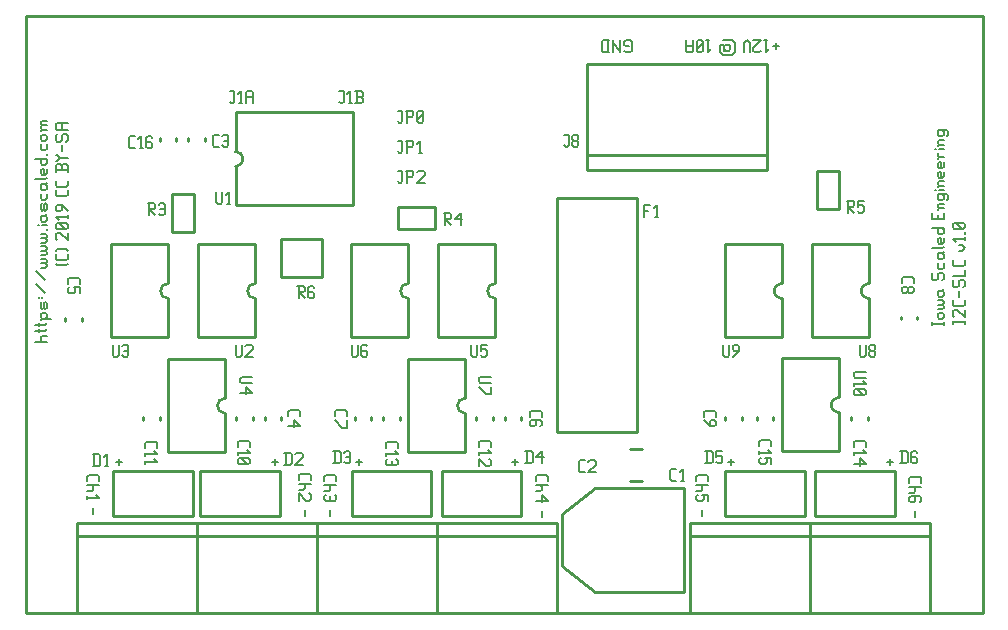
<source format=gbr>
G04 start of page 8 for group -4079 idx -4079 *
G04 Title: (unknown), topsilk *
G04 Creator: pcb 20140316 *
G04 CreationDate: Tue 26 Feb 2019 04:39:58 AM GMT UTC *
G04 For: railfan *
G04 Format: Gerber/RS-274X *
G04 PCB-Dimensions (mil): 3200.00 2000.00 *
G04 PCB-Coordinate-Origin: lower left *
%MOIN*%
%FSLAX25Y25*%
%LNTOPSILK*%
%ADD70C,0.0060*%
%ADD69C,0.0100*%
G54D69*X17500Y500D02*X301500D01*
X300000D02*X302000D01*
X319500Y199500D02*Y500D01*
X500D01*
Y199500D01*
X20500D01*
X301500D02*X17500D01*
X299500D02*X302000D01*
X299500D02*X319500D01*
G54D70*X295000Y45500D02*Y44000D01*
X295500Y46000D02*X295000Y45500D01*
X295500Y46000D02*X298500D01*
X299000Y45500D01*
Y44000D01*
X295000Y42800D02*X299000D01*
X296500D02*X297000Y42300D01*
Y41300D01*
X296500Y40800D01*
X295000D02*X296500D01*
X299000Y38100D02*X298500Y37600D01*
X299000Y39100D02*Y38100D01*
X298500Y39600D02*X299000Y39100D01*
X295500Y39600D02*X298500D01*
X295500D02*X295000Y39100D01*
X297000Y38100D02*X296500Y37600D01*
X297000Y39600D02*Y38100D01*
X295000Y39100D02*Y38100D01*
X295500Y37600D01*
X296500D01*
X297000Y34600D02*Y32600D01*
X224000Y46000D02*Y44500D01*
X224500Y46500D02*X224000Y46000D01*
X224500Y46500D02*X227500D01*
X228000Y46000D01*
Y44500D01*
X224000Y43300D02*X228000D01*
X225500D02*X226000Y42800D01*
Y41800D01*
X225500Y41300D01*
X224000D02*X225500D01*
X228000Y40100D02*Y38100D01*
X226000Y40100D02*X228000D01*
X226000D02*X226500Y39600D01*
Y38600D01*
X226000Y38100D01*
X224500D02*X226000D01*
X224000Y38600D02*X224500Y38100D01*
X224000Y39600D02*Y38600D01*
X224500Y40100D02*X224000Y39600D01*
X226000Y35100D02*Y33100D01*
X170500Y46000D02*Y44500D01*
X171000Y46500D02*X170500Y46000D01*
X171000Y46500D02*X174000D01*
X174500Y46000D01*
Y44500D01*
X170500Y43300D02*X174500D01*
X172000D02*X172500Y42800D01*
Y41800D01*
X172000Y41300D01*
X170500D02*X172000D01*
X172500Y40100D02*X174500Y38100D01*
X172500Y40100D02*Y37600D01*
X170500Y38100D02*X174500D01*
X172500Y34600D02*Y32600D01*
X287500Y51000D02*X289500D01*
X288500Y52000D02*Y50000D01*
X234500Y51000D02*X236500D01*
X235500Y52000D02*Y50000D01*
X91500Y46500D02*Y45000D01*
X92000Y47000D02*X91500Y46500D01*
X92000Y47000D02*X95000D01*
X95500Y46500D01*
Y45000D01*
X91500Y43800D02*X95500D01*
X93000D02*X93500Y43300D01*
Y42300D01*
X93000Y41800D01*
X91500D02*X93000D01*
X95000Y40600D02*X95500Y40100D01*
Y38600D01*
X95000Y38100D01*
X94000D02*X95000D01*
X91500Y40600D02*X94000Y38100D01*
X91500Y40600D02*Y38100D01*
X93500Y35100D02*Y33100D01*
X100000Y46000D02*Y44500D01*
X100500Y46500D02*X100000Y46000D01*
X100500Y46500D02*X103500D01*
X104000Y46000D01*
Y44500D01*
X100000Y43300D02*X104000D01*
X101500D02*X102000Y42800D01*
Y41800D01*
X101500Y41300D01*
X100000D02*X101500D01*
X103500Y40100D02*X104000Y39600D01*
Y38600D01*
X103500Y38100D01*
X100500D02*X103500D01*
X100000Y38600D02*X100500Y38100D01*
X100000Y39600D02*Y38600D01*
X100500Y40100D02*X100000Y39600D01*
X102000D02*Y38100D01*
Y35100D02*Y33100D01*
X21000Y46000D02*Y44500D01*
X21500Y46500D02*X21000Y46000D01*
X21500Y46500D02*X24500D01*
X25000Y46000D01*
Y44500D01*
X21000Y43300D02*X25000D01*
X22500D02*X23000Y42800D01*
Y41800D01*
X22500Y41300D01*
X21000D02*X22500D01*
X21000Y39600D02*Y38600D01*
Y39100D02*X25000D01*
X24000Y40100D02*X25000Y39100D01*
X23000Y35600D02*Y33600D01*
X30500Y51000D02*X32500D01*
X31500Y52000D02*Y50000D01*
X3500Y91000D02*X7500D01*
X6000D02*X5500Y91500D01*
Y92500D02*Y91500D01*
Y92500D02*X6000Y93000D01*
X7500D01*
X3500Y94700D02*X7000D01*
X7500Y95200D01*
X5000D02*Y94200D01*
X3500Y96700D02*X7000D01*
X7500Y97200D01*
X5000D02*Y96200D01*
X6000Y98700D02*X9000D01*
X5500Y98200D02*X6000Y98700D01*
X5500Y99200D01*
Y100200D02*Y99200D01*
Y100200D02*X6000Y100700D01*
X7000D01*
X7500Y100200D02*X7000Y100700D01*
X7500Y100200D02*Y99200D01*
X7000Y98700D02*X7500Y99200D01*
Y103900D02*Y102400D01*
Y103900D02*X7000Y104400D01*
X6500Y103900D02*X7000Y104400D01*
X6500Y103900D02*Y102400D01*
X6000Y101900D02*X6500Y102400D01*
X6000Y101900D02*X5500Y102400D01*
Y103900D02*Y102400D01*
Y103900D02*X6000Y104400D01*
X7000Y101900D02*X7500Y102400D01*
X5000Y106100D02*Y105600D01*
X6000Y106100D02*Y105600D01*
X7000Y107300D02*X4000Y110300D01*
X7000Y111500D02*X4000Y114500D01*
X5500Y115700D02*X7000D01*
X7500Y116200D01*
Y116700D02*Y116200D01*
Y116700D02*X7000Y117200D01*
X5500D02*X7000D01*
X7500Y117700D01*
Y118200D02*Y117700D01*
Y118200D02*X7000Y118700D01*
X5500D02*X7000D01*
X5500Y119900D02*X7000D01*
X7500Y120400D01*
Y120900D02*Y120400D01*
Y120900D02*X7000Y121400D01*
X5500D02*X7000D01*
X7500Y121900D01*
Y122400D02*Y121900D01*
Y122400D02*X7000Y122900D01*
X5500D02*X7000D01*
X5500Y124100D02*X7000D01*
X7500Y124600D01*
Y125100D02*Y124600D01*
Y125100D02*X7000Y125600D01*
X5500D02*X7000D01*
X7500Y126100D01*
Y126600D02*Y126100D01*
Y126600D02*X7000Y127100D01*
X5500D02*X7000D01*
X7500Y128800D02*Y128300D01*
X4500Y130000D02*X5000D01*
X6000D02*X7500D01*
X5500Y132500D02*X6000Y133000D01*
X5500Y132500D02*Y131500D01*
X6000Y131000D02*X5500Y131500D01*
X6000Y131000D02*X7000D01*
X7500Y131500D01*
X5500Y133000D02*X7000D01*
X7500Y133500D01*
Y132500D02*Y131500D01*
Y132500D02*X7000Y133000D01*
X7500Y136700D02*Y135200D01*
Y136700D02*X7000Y137200D01*
X6500Y136700D02*X7000Y137200D01*
X6500Y136700D02*Y135200D01*
X6000Y134700D02*X6500Y135200D01*
X6000Y134700D02*X5500Y135200D01*
Y136700D02*Y135200D01*
Y136700D02*X6000Y137200D01*
X7000Y134700D02*X7500Y135200D01*
X5500Y140400D02*Y138900D01*
X6000Y138400D02*X5500Y138900D01*
X6000Y138400D02*X7000D01*
X7500Y138900D01*
Y140400D02*Y138900D01*
X5500Y143100D02*X6000Y143600D01*
X5500Y143100D02*Y142100D01*
X6000Y141600D02*X5500Y142100D01*
X6000Y141600D02*X7000D01*
X7500Y142100D01*
X5500Y143600D02*X7000D01*
X7500Y144100D01*
Y143100D02*Y142100D01*
Y143100D02*X7000Y143600D01*
X3500Y145300D02*X7000D01*
X7500Y145800D01*
Y148800D02*Y147300D01*
X7000Y146800D02*X7500Y147300D01*
X6000Y146800D02*X7000D01*
X6000D02*X5500Y147300D01*
Y148300D02*Y147300D01*
Y148300D02*X6000Y148800D01*
X6500D02*Y146800D01*
X6000Y148800D02*X6500D01*
X3500Y152000D02*X7500D01*
Y151500D02*X7000Y152000D01*
X7500Y151500D02*Y150500D01*
X7000Y150000D02*X7500Y150500D01*
X6000Y150000D02*X7000D01*
X6000D02*X5500Y150500D01*
Y151500D02*Y150500D01*
Y151500D02*X6000Y152000D01*
X7500Y153700D02*Y153200D01*
X5500Y156900D02*Y155400D01*
X6000Y154900D02*X5500Y155400D01*
X6000Y154900D02*X7000D01*
X7500Y155400D01*
Y156900D02*Y155400D01*
X6000Y158100D02*X7000D01*
X6000D02*X5500Y158600D01*
Y159600D02*Y158600D01*
Y159600D02*X6000Y160100D01*
X7000D01*
X7500Y159600D02*X7000Y160100D01*
X7500Y159600D02*Y158600D01*
X7000Y158100D02*X7500Y158600D01*
X6000Y161800D02*X7500D01*
X6000D02*X5500Y162300D01*
Y162800D02*Y162300D01*
Y162800D02*X6000Y163300D01*
X7500D01*
X6000D02*X5500Y163800D01*
Y164300D02*Y163800D01*
Y164300D02*X6000Y164800D01*
X7500D01*
X5500Y161300D02*X6000Y161800D01*
X14000Y116500D02*X14500Y117000D01*
X11000Y116500D02*X10500Y117000D01*
X11000Y116500D02*X14000D01*
X14500Y120200D02*Y118700D01*
X14000Y118200D02*X14500Y118700D01*
X11000Y118200D02*X14000D01*
X11000D02*X10500Y118700D01*
Y120200D02*Y118700D01*
Y121400D02*X11000Y121900D01*
X14000D01*
X14500Y121400D02*X14000Y121900D01*
X11000Y124900D02*X10500Y125400D01*
Y126900D02*Y125400D01*
Y126900D02*X11000Y127400D01*
X12000D01*
X14500Y124900D02*X12000Y127400D01*
X14500D02*Y124900D01*
X14000Y128600D02*X14500Y129100D01*
X11000Y128600D02*X14000D01*
X11000D02*X10500Y129100D01*
Y130100D02*Y129100D01*
Y130100D02*X11000Y130600D01*
X14000D01*
X14500Y130100D02*X14000Y130600D01*
X14500Y130100D02*Y129100D01*
X13500Y128600D02*X11500Y130600D01*
X14500Y133300D02*Y132300D01*
X10500Y132800D02*X14500D01*
X11500Y131800D02*X10500Y132800D01*
X14500Y134500D02*X12500Y136500D01*
X11000D02*X12500D01*
X10500Y136000D02*X11000Y136500D01*
X10500Y136000D02*Y135000D01*
X11000Y134500D02*X10500Y135000D01*
X11000Y134500D02*X12000D01*
X12500Y135000D01*
Y136500D02*Y135000D01*
X14500Y141500D02*Y140000D01*
X14000Y139500D02*X14500Y140000D01*
X11000Y139500D02*X14000D01*
X11000D02*X10500Y140000D01*
Y141500D02*Y140000D01*
X14500Y144700D02*Y143200D01*
X14000Y142700D02*X14500Y143200D01*
X11000Y142700D02*X14000D01*
X11000D02*X10500Y143200D01*
Y144700D02*Y143200D01*
X14500Y149700D02*Y147700D01*
Y149700D02*X14000Y150200D01*
X13000D02*X14000D01*
X12500Y149700D02*X13000Y150200D01*
X12500Y149700D02*Y148200D01*
X10500D02*X14500D01*
X10500Y149700D02*Y147700D01*
Y149700D02*X11000Y150200D01*
X12000D01*
X12500Y149700D02*X12000Y150200D01*
X10500Y151400D02*X11000D01*
X12000Y152400D01*
X11000Y153400D01*
X10500D02*X11000D01*
X12000Y152400D02*X14500D01*
X12500Y156600D02*Y154600D01*
X10500Y159800D02*X11000Y160300D01*
X10500Y159800D02*Y158300D01*
X11000Y157800D02*X10500Y158300D01*
X11000Y157800D02*X12000D01*
X12500Y158300D01*
Y159800D02*Y158300D01*
Y159800D02*X13000Y160300D01*
X14000D01*
X14500Y159800D02*X14000Y160300D01*
X14500Y159800D02*Y158300D01*
X14000Y157800D02*X14500Y158300D01*
X11000Y161500D02*X14500D01*
X11000D02*X10500Y162000D01*
Y163500D02*Y162000D01*
Y163500D02*X11000Y164000D01*
X14500D01*
X12500D02*Y161500D01*
X82500Y51000D02*X84500D01*
X83500Y52000D02*Y50000D01*
X110500Y51000D02*X112500D01*
X111500Y52000D02*Y50000D01*
X162500Y51000D02*X164500D01*
X163500Y52000D02*Y50000D01*
X249500Y189500D02*X251500D01*
X250500Y190500D02*Y188500D01*
X246800Y191500D02*X247800D01*
X247300D02*Y187500D01*
X248300Y188500D02*X247300Y187500D01*
X245600Y188000D02*X245100Y187500D01*
X243600D02*X245100D01*
X243600D02*X243100Y188000D01*
Y189000D02*Y188000D01*
X245600Y191500D02*X243100Y189000D01*
Y191500D02*X245600D01*
X241900Y190500D02*Y187500D01*
Y190500D02*X240900Y191500D01*
X239900Y190500D01*
Y187500D01*
X236900Y190500D02*Y187500D01*
Y190500D02*X235900Y191500D01*
X232900D02*X235900D01*
X231900Y190000D02*Y187500D01*
X232900Y186500D01*
X235900D01*
X236900Y187500D01*
X235400Y189500D02*Y188500D01*
Y189500D02*X234900Y190000D01*
X233900D02*X234900D01*
X233900D02*X233400Y189500D01*
X232900Y190000D01*
X233400Y189500D02*Y188000D01*
Y188500D02*X233900Y188000D01*
X234900D01*
X235400Y188500D01*
X231900Y190000D02*X232900D01*
X227400Y191500D02*X228400D01*
X227900D02*Y187500D01*
X228900Y188500D02*X227900Y187500D01*
X226200Y191000D02*X225700Y191500D01*
X226200Y191000D02*Y188000D01*
X225700Y187500D01*
X224700D02*X225700D01*
X224700D02*X224200Y188000D01*
Y191000D02*Y188000D01*
X224700Y191500D02*X224200Y191000D01*
X224700Y191500D02*X225700D01*
X226200Y190500D02*X224200Y188500D01*
X223000Y191500D02*Y188000D01*
X222500Y187500D01*
X221000D02*X222500D01*
X221000D02*X220500Y188000D01*
Y191500D02*Y188000D01*
Y189500D02*X223000D01*
X200500Y187500D02*X200000Y188000D01*
X200500Y187500D02*X202000D01*
X202500Y188000D02*X202000Y187500D01*
X202500Y191000D02*Y188000D01*
Y191000D02*X202000Y191500D01*
X200500D02*X202000D01*
X200500D02*X200000Y191000D01*
Y190000D01*
X200500Y189500D02*X200000Y190000D01*
X200500Y189500D02*X201500D01*
X198800Y191500D02*Y187500D01*
Y188000D02*Y187500D01*
Y188000D02*X196300Y190500D01*
Y191500D02*Y187500D01*
X194600Y191500D02*Y187500D01*
X193100D02*X192600Y188000D01*
Y191000D02*Y188000D01*
X193100Y191500D02*X192600Y191000D01*
X193100Y191500D02*X195100D01*
X193100Y187500D02*X195100D01*
X302500Y97500D02*Y96500D01*
Y97000D02*X306500D01*
Y97500D02*Y96500D01*
X305000Y98700D02*X306000D01*
X305000D02*X304500Y99200D01*
Y100200D02*Y99200D01*
Y100200D02*X305000Y100700D01*
X306000D01*
X306500Y100200D02*X306000Y100700D01*
X306500Y100200D02*Y99200D01*
X306000Y98700D02*X306500Y99200D01*
X304500Y101900D02*X306000D01*
X306500Y102400D01*
Y102900D02*Y102400D01*
Y102900D02*X306000Y103400D01*
X304500D02*X306000D01*
X306500Y103900D01*
Y104400D02*Y103900D01*
Y104400D02*X306000Y104900D01*
X304500D02*X306000D01*
X304500Y107600D02*X305000Y108100D01*
X304500Y107600D02*Y106600D01*
X305000Y106100D02*X304500Y106600D01*
X305000Y106100D02*X306000D01*
X306500Y106600D01*
X304500Y108100D02*X306000D01*
X306500Y108600D01*
Y107600D02*Y106600D01*
Y107600D02*X306000Y108100D01*
X302500Y113600D02*X303000Y114100D01*
X302500Y113600D02*Y112100D01*
X303000Y111600D02*X302500Y112100D01*
X303000Y111600D02*X304000D01*
X304500Y112100D01*
Y113600D02*Y112100D01*
Y113600D02*X305000Y114100D01*
X306000D01*
X306500Y113600D02*X306000Y114100D01*
X306500Y113600D02*Y112100D01*
X306000Y111600D02*X306500Y112100D01*
X304500Y117300D02*Y115800D01*
X305000Y115300D02*X304500Y115800D01*
X305000Y115300D02*X306000D01*
X306500Y115800D01*
Y117300D02*Y115800D01*
X304500Y120000D02*X305000Y120500D01*
X304500Y120000D02*Y119000D01*
X305000Y118500D02*X304500Y119000D01*
X305000Y118500D02*X306000D01*
X306500Y119000D01*
X304500Y120500D02*X306000D01*
X306500Y121000D01*
Y120000D02*Y119000D01*
Y120000D02*X306000Y120500D01*
X302500Y122200D02*X306000D01*
X306500Y122700D01*
Y125700D02*Y124200D01*
X306000Y123700D02*X306500Y124200D01*
X305000Y123700D02*X306000D01*
X305000D02*X304500Y124200D01*
Y125200D02*Y124200D01*
Y125200D02*X305000Y125700D01*
X305500D02*Y123700D01*
X305000Y125700D02*X305500D01*
X302500Y128900D02*X306500D01*
Y128400D02*X306000Y128900D01*
X306500Y128400D02*Y127400D01*
X306000Y126900D02*X306500Y127400D01*
X305000Y126900D02*X306000D01*
X305000D02*X304500Y127400D01*
Y128400D02*Y127400D01*
Y128400D02*X305000Y128900D01*
X304500Y133400D02*Y131900D01*
X306500Y133900D02*Y131900D01*
X302500D02*X306500D01*
X302500Y133900D02*Y131900D01*
X305000Y135600D02*X306500D01*
X305000D02*X304500Y136100D01*
Y136600D02*Y136100D01*
Y136600D02*X305000Y137100D01*
X306500D01*
X304500Y135100D02*X305000Y135600D01*
X304500Y139800D02*X305000Y140300D01*
X304500Y139800D02*Y138800D01*
X305000Y138300D02*X304500Y138800D01*
X305000Y138300D02*X306000D01*
X306500Y138800D01*
Y139800D02*Y138800D01*
Y139800D02*X306000Y140300D01*
X307500Y138300D02*X308000Y138800D01*
Y139800D02*Y138800D01*
Y139800D02*X307500Y140300D01*
X304500D02*X307500D01*
X303500Y141500D02*X304000D01*
X305000D02*X306500D01*
X305000Y143000D02*X306500D01*
X305000D02*X304500Y143500D01*
Y144000D02*Y143500D01*
Y144000D02*X305000Y144500D01*
X306500D01*
X304500Y142500D02*X305000Y143000D01*
X306500Y147700D02*Y146200D01*
X306000Y145700D02*X306500Y146200D01*
X305000Y145700D02*X306000D01*
X305000D02*X304500Y146200D01*
Y147200D02*Y146200D01*
Y147200D02*X305000Y147700D01*
X305500D02*Y145700D01*
X305000Y147700D02*X305500D01*
X306500Y150900D02*Y149400D01*
X306000Y148900D02*X306500Y149400D01*
X305000Y148900D02*X306000D01*
X305000D02*X304500Y149400D01*
Y150400D02*Y149400D01*
Y150400D02*X305000Y150900D01*
X305500D02*Y148900D01*
X305000Y150900D02*X305500D01*
X305000Y152600D02*X306500D01*
X305000D02*X304500Y153100D01*
Y154100D02*Y153100D01*
Y152100D02*X305000Y152600D01*
X303500Y155300D02*X304000D01*
X305000D02*X306500D01*
X305000Y156800D02*X306500D01*
X305000D02*X304500Y157300D01*
Y157800D02*Y157300D01*
Y157800D02*X305000Y158300D01*
X306500D01*
X304500Y156300D02*X305000Y156800D01*
X304500Y161000D02*X305000Y161500D01*
X304500Y161000D02*Y160000D01*
X305000Y159500D02*X304500Y160000D01*
X305000Y159500D02*X306000D01*
X306500Y160000D01*
Y161000D02*Y160000D01*
Y161000D02*X306000Y161500D01*
X307500Y159500D02*X308000Y160000D01*
Y161000D02*Y160000D01*
Y161000D02*X307500Y161500D01*
X304500D02*X307500D01*
X309500Y98000D02*Y97000D01*
Y97500D02*X313500D01*
Y98000D02*Y97000D01*
X310000Y99200D02*X309500Y99700D01*
Y101200D02*Y99700D01*
Y101200D02*X310000Y101700D01*
X311000D01*
X313500Y99200D02*X311000Y101700D01*
X313500D02*Y99200D01*
Y104900D02*Y103400D01*
X313000Y102900D02*X313500Y103400D01*
X310000Y102900D02*X313000D01*
X310000D02*X309500Y103400D01*
Y104900D02*Y103400D01*
X311500Y108100D02*Y106100D01*
X309500Y111300D02*X310000Y111800D01*
X309500Y111300D02*Y109800D01*
X310000Y109300D02*X309500Y109800D01*
X310000Y109300D02*X311000D01*
X311500Y109800D01*
Y111300D02*Y109800D01*
Y111300D02*X312000Y111800D01*
X313000D01*
X313500Y111300D02*X313000Y111800D01*
X313500Y111300D02*Y109800D01*
X313000Y109300D02*X313500Y109800D01*
X309500Y113000D02*X313500D01*
Y115000D02*Y113000D01*
Y118200D02*Y116700D01*
X313000Y116200D02*X313500Y116700D01*
X310000Y116200D02*X313000D01*
X310000D02*X309500Y116700D01*
Y118200D02*Y116700D01*
X311500Y121200D02*X312500D01*
X313500Y122200D01*
X312500Y123200D01*
X311500D02*X312500D01*
X313500Y125900D02*Y124900D01*
X309500Y125400D02*X313500D01*
X310500Y124400D02*X309500Y125400D01*
X313500Y127600D02*Y127100D01*
X313000Y128800D02*X313500Y129300D01*
X310000Y128800D02*X313000D01*
X310000D02*X309500Y129300D01*
Y130300D02*Y129300D01*
Y130300D02*X310000Y130800D01*
X313000D01*
X313500Y130300D02*X313000Y130800D01*
X313500Y130300D02*Y129300D01*
X312500Y128800D02*X310500Y130800D01*
G54D69*X239255Y65893D02*Y65107D01*
X233745Y65893D02*Y65107D01*
X297755Y99393D02*Y98607D01*
X292245Y99393D02*Y98607D01*
X252500Y85500D02*X271500D01*
X252500D02*Y54500D01*
X271500D01*
Y85500D02*Y72500D01*
Y67500D02*Y54500D01*
Y72500D02*G75*G03X271500Y67500I0J-2500D01*G01*
X262500Y123500D02*X281500D01*
X262500D02*Y92500D01*
X281500D01*
Y123500D02*Y110500D01*
Y105500D02*Y92500D01*
Y110500D02*G75*G03X281500Y105500I0J-2500D01*G01*
X249755Y65893D02*Y65107D01*
X244245Y65893D02*Y65107D01*
X281255Y65936D02*Y65150D01*
X275745Y65936D02*Y65150D01*
X222000Y700D02*X262000D01*
X222000Y30700D02*X262000D01*
X222000Y26300D02*X262000D01*
X222000Y30700D02*Y700D01*
X262000Y30700D02*Y700D01*
X233812Y47980D02*X260188D01*
Y33020D01*
X233812D02*X260188D01*
X233812Y47980D02*Y33020D01*
X262000Y700D02*X302000D01*
X262000Y30700D02*X302000D01*
X262000Y26300D02*X302000D01*
X262000Y30700D02*Y700D01*
X302000Y30700D02*Y700D01*
X263812Y33020D02*X290188D01*
X263812Y47980D02*Y33020D01*
Y47980D02*X290188D01*
Y33020D01*
X179350Y33600D02*X190250Y42300D01*
X220150D01*
Y7700D01*
X190250D02*X220150D01*
X190250D02*X179350Y16400D01*
Y33600D02*Y16400D01*
X165755Y65893D02*Y65107D01*
X160245Y65893D02*Y65107D01*
X115755Y65893D02*Y65107D01*
X110245Y65893D02*Y65107D01*
X156255Y65850D02*Y65064D01*
X150745Y65850D02*Y65064D01*
X125255Y65893D02*Y65107D01*
X119745Y65893D02*Y65107D01*
X128000Y85250D02*X147000D01*
X128000D02*Y54250D01*
X147000D01*
Y85250D02*Y72250D01*
Y67250D02*Y54250D01*
Y72250D02*G75*G03X147000Y67250I0J-2500D01*G01*
X202032Y55314D02*X205968D01*
X202032Y44686D02*X205968D01*
X165688Y33020D02*X139312D01*
Y47980D01*
X165688D01*
Y33020D01*
X137500Y700D02*X177500D01*
X137500Y30700D02*X177500D01*
X137500Y26300D02*X177500D01*
X137500Y30700D02*Y700D01*
X177500Y30700D02*Y700D01*
X70500Y136500D02*X109500D01*
Y167500D02*Y136500D01*
X70500Y167500D02*X109500D01*
X70500Y149500D02*Y136500D01*
Y167500D02*Y154500D01*
Y149500D02*G75*G03X70500Y154500I0J2500D01*G01*
X19255Y98893D02*Y98107D01*
X13745Y98893D02*Y98107D01*
X45245Y158893D02*Y158107D01*
X50755Y158893D02*Y158107D01*
X54745Y158893D02*Y158107D01*
X60255Y158893D02*Y158107D01*
X29000Y123500D02*X48000D01*
X29000D02*Y92500D01*
X48000D01*
Y123500D02*Y110500D01*
Y105500D02*Y92500D01*
Y110500D02*G75*G03X48000Y105500I0J-2500D01*G01*
X58000Y123500D02*X77000D01*
X58000D02*Y92500D01*
X77000D01*
Y123500D02*Y110500D01*
Y105500D02*Y92500D01*
Y110500D02*G75*G03X77000Y105500I0J-2500D01*G01*
X56741Y140299D02*Y127701D01*
X49259D02*X56741D01*
X49259Y140299D02*Y127701D01*
Y140299D02*X56741D01*
X124549Y136116D02*X137147D01*
Y128634D01*
X124549D01*
Y136116D01*
X109000Y123500D02*X128000D01*
X109000D02*Y92500D01*
X128000D01*
Y123500D02*Y110500D01*
Y105500D02*Y92500D01*
Y110500D02*G75*G03X128000Y105500I0J-2500D01*G01*
X99390Y125299D02*Y112701D01*
X85610D02*X99390D01*
X85610Y125299D02*Y112701D01*
Y125299D02*X99390D01*
X138000Y123500D02*X157000D01*
X138000D02*Y92500D01*
X157000D01*
Y123500D02*Y110500D01*
Y105500D02*Y92500D01*
Y110500D02*G75*G03X157000Y105500I0J-2500D01*G01*
X271666Y147951D02*Y135353D01*
X264184D02*X271666D01*
X264184Y147951D02*Y135353D01*
Y147951D02*X271666D01*
X187500Y183700D02*X247500D01*
X187500Y148300D02*X247500D01*
X187500Y153200D02*X247500D01*
Y183700D02*Y148300D01*
X187500Y183700D02*Y148300D01*
X233500Y123500D02*X252500D01*
X233500D02*Y92500D01*
X252500D01*
Y123500D02*Y110500D01*
Y105500D02*Y92500D01*
Y110500D02*G75*G03X252500Y105500I0J-2500D01*G01*
X177750Y139000D02*Y61000D01*
X204250Y139000D02*Y61000D01*
X177750Y139000D02*X204250D01*
X177750Y61000D02*X204250D01*
X97500Y700D02*X137500D01*
X97500Y30700D02*X137500D01*
X97500Y26300D02*X137500D01*
X97500Y30700D02*Y700D01*
X137500Y30700D02*Y700D01*
X57500D02*X97500D01*
X57500Y30700D02*X97500D01*
X57500Y26300D02*X97500D01*
X57500Y30700D02*Y700D01*
X97500Y30700D02*Y700D01*
X85755Y65893D02*Y65107D01*
X80245Y65893D02*Y65107D01*
X76255Y65893D02*Y65107D01*
X70745Y65893D02*Y65107D01*
X48000Y85250D02*X67000D01*
X48000D02*Y54250D01*
X67000D01*
Y85250D02*Y72250D01*
Y67250D02*Y54250D01*
Y72250D02*G75*G03X67000Y67250I0J-2500D01*G01*
X45255Y65893D02*Y65107D01*
X39745Y65893D02*Y65107D01*
X85188Y33020D02*X58812D01*
Y47980D01*
X85188D01*
Y33020D01*
X29812Y47980D02*X56188D01*
Y33020D01*
X29812D02*X56188D01*
X29812Y47980D02*Y33020D01*
X17500Y700D02*X57500D01*
X17500Y30700D02*X57500D01*
X17500Y26300D02*X57500D01*
X17500Y30700D02*Y700D01*
X57500Y30700D02*Y700D01*
X109312Y47980D02*X135688D01*
Y33020D01*
X109312D02*X135688D01*
X109312Y47980D02*Y33020D01*
G54D70*X64000Y141000D02*Y137500D01*
X64500Y137000D01*
X65500D01*
X66000Y137500D01*
Y141000D02*Y137500D01*
X67700Y137000D02*X68700D01*
X68200Y141000D02*Y137000D01*
X67200Y140000D02*X68200Y141000D01*
X88150Y67750D02*Y66250D01*
X88650Y68250D02*X88150Y67750D01*
X88650Y68250D02*X91650D01*
X92150Y67750D01*
Y66250D01*
X90150Y65050D02*X92150Y63050D01*
X90150Y65050D02*Y62550D01*
X88150Y63050D02*X92150D01*
X70500Y90000D02*Y86500D01*
X71000Y86000D01*
X72000D01*
X72500Y86500D01*
Y90000D02*Y86500D01*
X73700Y89500D02*X74200Y90000D01*
X75700D01*
X76200Y89500D01*
Y88500D01*
X73700Y86000D02*X76200Y88500D01*
X73700Y86000D02*X76200D01*
X91000Y109500D02*X93000D01*
X93500Y109000D01*
Y108000D01*
X93000Y107500D02*X93500Y108000D01*
X91500Y107500D02*X93000D01*
X91500Y109500D02*Y105500D01*
Y107500D02*X93500Y105500D01*
X96200Y109500D02*X96700Y109000D01*
X95200Y109500D02*X96200D01*
X94700Y109000D02*X95200Y109500D01*
X94700Y109000D02*Y106000D01*
X95200Y105500D01*
X96200Y107500D02*X96700Y107000D01*
X94700Y107500D02*X96200D01*
X95200Y105500D02*X96200D01*
X96700Y106000D01*
Y107000D02*Y106000D01*
X72500Y79250D02*X76000D01*
X72500D02*X72000Y78750D01*
Y77750D01*
X72500Y77250D01*
X76000D01*
X74000Y76050D02*X76000Y74050D01*
X74000Y76050D02*Y73550D01*
X72000Y74050D02*X76000D01*
X14650Y111950D02*Y110450D01*
X15150Y112450D02*X14650Y111950D01*
X15150Y112450D02*X18150D01*
X18650Y111950D01*
Y110450D01*
Y109250D02*Y107250D01*
X16650Y109250D02*X18650D01*
X16650D02*X17150Y108750D01*
Y107750D01*
X16650Y107250D01*
X15150D02*X16650D01*
X14650Y107750D02*X15150Y107250D01*
X14650Y108750D02*Y107750D01*
X15150Y109250D02*X14650Y108750D01*
X68500Y174500D02*X70000D01*
Y171000D01*
X69500Y170500D02*X70000Y171000D01*
X69000Y170500D02*X69500D01*
X68500Y171000D02*X69000Y170500D01*
X71700D02*X72700D01*
X72200Y174500D02*Y170500D01*
X71200Y173500D02*X72200Y174500D01*
X73900Y174000D02*Y170500D01*
Y174000D02*X74400Y174500D01*
X75900D01*
X76400Y174000D01*
Y170500D01*
X73900Y172500D02*X76400D01*
X35350Y155650D02*X36850D01*
X34850Y156150D02*X35350Y155650D01*
X34850Y159150D02*Y156150D01*
Y159150D02*X35350Y159650D01*
X36850D01*
X38550Y155650D02*X39550D01*
X39050Y159650D02*Y155650D01*
X38050Y158650D02*X39050Y159650D01*
X42250D02*X42750Y159150D01*
X41250Y159650D02*X42250D01*
X40750Y159150D02*X41250Y159650D01*
X40750Y159150D02*Y156150D01*
X41250Y155650D01*
X42250Y157650D02*X42750Y157150D01*
X40750Y157650D02*X42250D01*
X41250Y155650D02*X42250D01*
X42750Y156150D01*
Y157150D02*Y156150D01*
X41250Y137304D02*X43250D01*
X43750Y136804D01*
Y135804D01*
X43250Y135304D02*X43750Y135804D01*
X41750Y135304D02*X43250D01*
X41750Y137304D02*Y133304D01*
Y135304D02*X43750Y133304D01*
X44950Y136804D02*X45450Y137304D01*
X46450D01*
X46950Y136804D01*
Y133804D01*
X46450Y133304D02*X46950Y133804D01*
X45450Y133304D02*X46450D01*
X44950Y133804D02*X45450Y133304D01*
Y135304D02*X46950D01*
X63436Y156107D02*X64936D01*
X62936Y156607D02*X63436Y156107D01*
X62936Y159607D02*Y156607D01*
Y159607D02*X63436Y160107D01*
X64936D01*
X66136Y159607D02*X66636Y160107D01*
X67636D01*
X68136Y159607D01*
Y156607D01*
X67636Y156107D02*X68136Y156607D01*
X66636Y156107D02*X67636D01*
X66136Y156607D02*X66636Y156107D01*
Y158107D02*X68136D01*
X29500Y90000D02*Y86500D01*
X30000Y86000D01*
X31000D01*
X31500Y86500D01*
Y90000D02*Y86500D01*
X32700Y89500D02*X33200Y90000D01*
X34200D01*
X34700Y89500D01*
Y86500D01*
X34200Y86000D02*X34700Y86500D01*
X33200Y86000D02*X34200D01*
X32700Y86500D02*X33200Y86000D01*
Y88000D02*X34700D01*
X109250Y90000D02*Y86500D01*
X109750Y86000D01*
X110750D01*
X111250Y86500D01*
Y90000D02*Y86500D01*
X113950Y90000D02*X114450Y89500D01*
X112950Y90000D02*X113950D01*
X112450Y89500D02*X112950Y90000D01*
X112450Y89500D02*Y86500D01*
X112950Y86000D01*
X113950Y88000D02*X114450Y87500D01*
X112450Y88000D02*X113950D01*
X112950Y86000D02*X113950D01*
X114450Y86500D01*
Y87500D02*Y86500D01*
X71250Y57593D02*Y56093D01*
X71750Y58093D02*X71250Y57593D01*
X71750Y58093D02*X74750D01*
X75250Y57593D01*
Y56093D01*
X71250Y54393D02*Y53393D01*
Y53893D02*X75250D01*
X74250Y54893D02*X75250Y53893D01*
X71750Y52193D02*X71250Y51693D01*
X71750Y52193D02*X74750D01*
X75250Y51693D01*
Y50693D01*
X74750Y50193D01*
X71750D02*X74750D01*
X71250Y50693D02*X71750Y50193D01*
X71250Y51693D02*Y50693D01*
X72250Y52193D02*X74250Y50193D01*
X87200Y54000D02*Y50000D01*
X88700Y54000D02*X89200Y53500D01*
Y50500D01*
X88700Y50000D02*X89200Y50500D01*
X86700Y50000D02*X88700D01*
X86700Y54000D02*X88700D01*
X90400Y53500D02*X90900Y54000D01*
X92400D01*
X92900Y53500D01*
Y52500D01*
X90400Y50000D02*X92900Y52500D01*
X90400Y50000D02*X92900D01*
X23400Y53600D02*Y49600D01*
X24900Y53600D02*X25400Y53100D01*
Y50100D01*
X24900Y49600D02*X25400Y50100D01*
X22900Y49600D02*X24900D01*
X22900Y53600D02*X24900D01*
X27100Y49600D02*X28100D01*
X27600Y53600D02*Y49600D01*
X26600Y52600D02*X27600Y53600D01*
X103500Y54500D02*Y50500D01*
X105000Y54500D02*X105500Y54000D01*
Y51000D01*
X105000Y50500D02*X105500Y51000D01*
X103000Y50500D02*X105000D01*
X103000Y54500D02*X105000D01*
X106700Y54000D02*X107200Y54500D01*
X108200D01*
X108700Y54000D01*
Y51000D01*
X108200Y50500D02*X108700Y51000D01*
X107200Y50500D02*X108200D01*
X106700Y51000D02*X107200Y50500D01*
Y52500D02*X108700D01*
X40350Y57293D02*Y55793D01*
X40850Y57793D02*X40350Y57293D01*
X40850Y57793D02*X43850D01*
X44350Y57293D01*
Y55793D01*
X40350Y54093D02*Y53093D01*
Y53593D02*X44350D01*
X43350Y54593D02*X44350Y53593D01*
X40350Y51393D02*Y50393D01*
Y50893D02*X44350D01*
X43350Y51893D02*X44350Y50893D01*
X226650Y67650D02*Y66150D01*
X227150Y68150D02*X226650Y67650D01*
X227150Y68150D02*X230150D01*
X230650Y67650D01*
Y66150D01*
X226650Y64950D02*X228650Y62950D01*
X230150D01*
X230650Y63450D02*X230150Y62950D01*
X230650Y64450D02*Y63450D01*
X230150Y64950D02*X230650Y64450D01*
X229150Y64950D02*X230150D01*
X229150D02*X228650Y64450D01*
Y62950D01*
X292650Y112150D02*Y110650D01*
X293150Y112650D02*X292650Y112150D01*
X293150Y112650D02*X296150D01*
X296650Y112150D01*
Y110650D01*
X293150Y109450D02*X292650Y108950D01*
X293150Y109450D02*X294150D01*
X294650Y108950D01*
Y107950D01*
X294150Y107450D01*
X293150D02*X294150D01*
X292650Y107950D02*X293150Y107450D01*
X292650Y108950D02*Y107950D01*
X295150Y109450D02*X294650Y108950D01*
X295150Y109450D02*X296150D01*
X296650Y108950D01*
Y107950D01*
X296150Y107450D01*
X295150D02*X296150D01*
X294650Y107950D02*X295150Y107450D01*
X277000Y81100D02*X280500D01*
X277000D02*X276500Y80600D01*
Y79600D01*
X277000Y79100D01*
X280500D01*
X276500Y77400D02*Y76400D01*
Y76900D02*X280500D01*
X279500Y77900D02*X280500Y76900D01*
X277000Y75200D02*X276500Y74700D01*
X277000Y75200D02*X280000D01*
X280500Y74700D01*
Y73700D01*
X280000Y73200D01*
X277000D02*X280000D01*
X276500Y73700D02*X277000Y73200D01*
X276500Y74700D02*Y73700D01*
X277500Y75200D02*X279500Y73200D01*
X278500Y90000D02*Y86500D01*
X279000Y86000D01*
X280000D01*
X280500Y86500D01*
Y90000D02*Y86500D01*
X281700D02*X282200Y86000D01*
X281700Y87500D02*Y86500D01*
Y87500D02*X282200Y88000D01*
X283200D01*
X283700Y87500D01*
Y86500D01*
X283200Y86000D02*X283700Y86500D01*
X282200Y86000D02*X283200D01*
X281700Y88500D02*X282200Y88000D01*
X281700Y89500D02*Y88500D01*
Y89500D02*X282200Y90000D01*
X283200D01*
X283700Y89500D01*
Y88500D01*
X283200Y88000D02*X283700Y88500D01*
X233000Y90000D02*Y86500D01*
X233500Y86000D01*
X234500D01*
X235000Y86500D01*
Y90000D02*Y86500D01*
X236200Y86000D02*X238200Y88000D01*
Y89500D02*Y88000D01*
X237700Y90000D02*X238200Y89500D01*
X236700Y90000D02*X237700D01*
X236200Y89500D02*X236700Y90000D01*
X236200Y89500D02*Y88500D01*
X236700Y88000D01*
X238200D01*
X245150Y57750D02*Y56250D01*
X245650Y58250D02*X245150Y57750D01*
X245650Y58250D02*X248650D01*
X249150Y57750D01*
Y56250D01*
X245150Y54550D02*Y53550D01*
Y54050D02*X249150D01*
X248150Y55050D02*X249150Y54050D01*
Y52350D02*Y50350D01*
X247150Y52350D02*X249150D01*
X247150D02*X247650Y51850D01*
Y50850D01*
X247150Y50350D01*
X245650D02*X247150D01*
X245150Y50850D02*X245650Y50350D01*
X245150Y51850D02*Y50850D01*
X245650Y52350D02*X245150Y51850D01*
X227500Y54500D02*Y50500D01*
X229000Y54500D02*X229500Y54000D01*
Y51000D01*
X229000Y50500D02*X229500Y51000D01*
X227000Y50500D02*X229000D01*
X227000Y54500D02*X229000D01*
X230700D02*X232700D01*
X230700D02*Y52500D01*
X231200Y53000D01*
X232200D01*
X232700Y52500D01*
Y51000D01*
X232200Y50500D02*X232700Y51000D01*
X231200Y50500D02*X232200D01*
X230700Y51000D02*X231200Y50500D01*
X276650Y57650D02*Y56150D01*
X277150Y58150D02*X276650Y57650D01*
X277150Y58150D02*X280150D01*
X280650Y57650D01*
Y56150D01*
X276650Y54450D02*Y53450D01*
Y53950D02*X280650D01*
X279650Y54950D02*X280650Y53950D01*
X278650Y52250D02*X280650Y50250D01*
X278650Y52250D02*Y49750D01*
X276650Y50250D02*X280650D01*
X274253Y138000D02*X276253D01*
X276753Y137500D01*
Y136500D01*
X276253Y136000D02*X276753Y136500D01*
X274753Y136000D02*X276253D01*
X274753Y138000D02*Y134000D01*
Y136000D02*X276753Y134000D01*
X277953Y138000D02*X279953D01*
X277953D02*Y136000D01*
X278453Y136500D01*
X279453D01*
X279953Y136000D01*
Y134500D01*
X279453Y134000D02*X279953Y134500D01*
X278453Y134000D02*X279453D01*
X277953Y134500D02*X278453Y134000D01*
X206657Y136500D02*Y132500D01*
Y136500D02*X208657D01*
X206657Y134500D02*X208157D01*
X210357Y132500D02*X211357D01*
X210857Y136500D02*Y132500D01*
X209857Y135500D02*X210857Y136500D01*
X215850Y44800D02*X217350D01*
X215350Y45300D02*X215850Y44800D01*
X215350Y48300D02*Y45300D01*
Y48300D02*X215850Y48800D01*
X217350D01*
X219050Y44800D02*X220050D01*
X219550Y48800D02*Y44800D01*
X218550Y47800D02*X219550Y48800D01*
X292500Y54500D02*Y50500D01*
X294000Y54500D02*X294500Y54000D01*
Y51000D01*
X294000Y50500D02*X294500Y51000D01*
X292000Y50500D02*X294000D01*
X292000Y54500D02*X294000D01*
X297200D02*X297700Y54000D01*
X296200Y54500D02*X297200D01*
X295700Y54000D02*X296200Y54500D01*
X295700Y54000D02*Y51000D01*
X296200Y50500D01*
X297200Y52500D02*X297700Y52000D01*
X295700Y52500D02*X297200D01*
X296200Y50500D02*X297200D01*
X297700Y51000D01*
Y52000D02*Y51000D01*
X105000Y174500D02*X106500D01*
Y171000D01*
X106000Y170500D02*X106500Y171000D01*
X105500Y170500D02*X106000D01*
X105000Y171000D02*X105500Y170500D01*
X108200D02*X109200D01*
X108700Y174500D02*Y170500D01*
X107700Y173500D02*X108700Y174500D01*
X110400Y170500D02*X112400D01*
X112900Y171000D01*
Y172000D02*Y171000D01*
X112400Y172500D02*X112900Y172000D01*
X110900Y172500D02*X112400D01*
X110900Y174500D02*Y170500D01*
X110400Y174500D02*X112400D01*
X112900Y174000D01*
Y173000D01*
X112400Y172500D02*X112900Y173000D01*
X124600Y168000D02*X126100D01*
Y164500D01*
X125600Y164000D02*X126100Y164500D01*
X125100Y164000D02*X125600D01*
X124600Y164500D02*X125100Y164000D01*
X127800Y168000D02*Y164000D01*
X127300Y168000D02*X129300D01*
X129800Y167500D01*
Y166500D01*
X129300Y166000D02*X129800Y166500D01*
X127800Y166000D02*X129300D01*
X131000Y164500D02*X131500Y164000D01*
X131000Y167500D02*Y164500D01*
Y167500D02*X131500Y168000D01*
X132500D01*
X133000Y167500D01*
Y164500D01*
X132500Y164000D02*X133000Y164500D01*
X131500Y164000D02*X132500D01*
X131000Y165000D02*X133000Y167000D01*
X139848Y133875D02*X141848D01*
X142348Y133375D01*
Y132375D01*
X141848Y131875D02*X142348Y132375D01*
X140348Y131875D02*X141848D01*
X140348Y133875D02*Y129875D01*
Y131875D02*X142348Y129875D01*
X143548Y131875D02*X145548Y133875D01*
X143548Y131875D02*X146048D01*
X145548Y133875D02*Y129875D01*
X124600Y158000D02*X126100D01*
Y154500D01*
X125600Y154000D02*X126100Y154500D01*
X125100Y154000D02*X125600D01*
X124600Y154500D02*X125100Y154000D01*
X127800Y158000D02*Y154000D01*
X127300Y158000D02*X129300D01*
X129800Y157500D01*
Y156500D01*
X129300Y156000D02*X129800Y156500D01*
X127800Y156000D02*X129300D01*
X131500Y154000D02*X132500D01*
X132000Y158000D02*Y154000D01*
X131000Y157000D02*X132000Y158000D01*
X124600Y148000D02*X126100D01*
Y144500D01*
X125600Y144000D02*X126100Y144500D01*
X125100Y144000D02*X125600D01*
X124600Y144500D02*X125100Y144000D01*
X127800Y148000D02*Y144000D01*
X127300Y148000D02*X129300D01*
X129800Y147500D01*
Y146500D01*
X129300Y146000D02*X129800Y146500D01*
X127800Y146000D02*X129300D01*
X131000Y147500D02*X131500Y148000D01*
X133000D01*
X133500Y147500D01*
Y146500D01*
X131000Y144000D02*X133500Y146500D01*
X131000Y144000D02*X133500D01*
X180000Y160000D02*X181500D01*
Y156500D01*
X181000Y156000D02*X181500Y156500D01*
X180500Y156000D02*X181000D01*
X180000Y156500D02*X180500Y156000D01*
X182700Y156500D02*X183200Y156000D01*
X182700Y157500D02*Y156500D01*
Y157500D02*X183200Y158000D01*
X184200D01*
X184700Y157500D01*
Y156500D01*
X184200Y156000D02*X184700Y156500D01*
X183200Y156000D02*X184200D01*
X182700Y158500D02*X183200Y158000D01*
X182700Y159500D02*Y158500D01*
Y159500D02*X183200Y160000D01*
X184200D01*
X184700Y159500D01*
Y158500D01*
X184200Y158000D02*X184700Y158500D01*
X103650Y67693D02*Y66193D01*
X104150Y68193D02*X103650Y67693D01*
X104150Y68193D02*X107150D01*
X107650Y67693D01*
Y66193D01*
X103650Y64993D02*X106150Y62493D01*
X107650D01*
Y64993D02*Y62493D01*
X120650Y57279D02*Y55779D01*
X121150Y57779D02*X120650Y57279D01*
X121150Y57779D02*X124150D01*
X124650Y57279D01*
Y55779D01*
X120650Y54079D02*Y53079D01*
Y53579D02*X124650D01*
X123650Y54579D02*X124650Y53579D01*
X124150Y51879D02*X124650Y51379D01*
Y50379D01*
X124150Y49879D01*
X121150D02*X124150D01*
X120650Y50379D02*X121150Y49879D01*
X120650Y51379D02*Y50379D01*
X121150Y51879D02*X120650Y51379D01*
X122650D02*Y49879D01*
X168650Y67650D02*Y66150D01*
X169150Y68150D02*X168650Y67650D01*
X169150Y68150D02*X172150D01*
X172650Y67650D01*
Y66150D01*
Y63450D02*X172150Y62950D01*
X172650Y64450D02*Y63450D01*
X172150Y64950D02*X172650Y64450D01*
X169150Y64950D02*X172150D01*
X169150D02*X168650Y64450D01*
X170650Y63450D02*X170150Y62950D01*
X170650Y64950D02*Y63450D01*
X168650Y64450D02*Y63450D01*
X169150Y62950D01*
X170150D01*
X151650Y57564D02*Y56064D01*
X152150Y58064D02*X151650Y57564D01*
X152150Y58064D02*X155150D01*
X155650Y57564D01*
Y56064D01*
X151650Y54364D02*Y53364D01*
Y53864D02*X155650D01*
X154650Y54864D02*X155650Y53864D01*
X155150Y52164D02*X155650Y51664D01*
Y50164D01*
X155150Y49664D01*
X154150D02*X155150D01*
X151650Y52164D02*X154150Y49664D01*
X151650Y52164D02*Y49664D01*
X152000Y79350D02*X155500D01*
X152000D02*X151500Y78850D01*
Y77850D01*
X152000Y77350D01*
X155500D01*
X151500Y76150D02*X154000Y73650D01*
X155500D01*
Y76150D02*Y73650D01*
X185350Y47650D02*X186850D01*
X184850Y48150D02*X185350Y47650D01*
X184850Y51150D02*Y48150D01*
Y51150D02*X185350Y51650D01*
X186850D01*
X188050Y51150D02*X188550Y51650D01*
X190050D01*
X190550Y51150D01*
Y50150D01*
X188050Y47650D02*X190550Y50150D01*
X188050Y47650D02*X190550D01*
X167500Y54500D02*Y50500D01*
X169000Y54500D02*X169500Y54000D01*
Y51000D01*
X169000Y50500D02*X169500Y51000D01*
X167000Y50500D02*X169000D01*
X167000Y54500D02*X169000D01*
X170700Y52500D02*X172700Y54500D01*
X170700Y52500D02*X173200D01*
X172700Y54500D02*Y50500D01*
X149000Y90000D02*Y86500D01*
X149500Y86000D01*
X150500D01*
X151000Y86500D01*
Y90000D02*Y86500D01*
X152200Y90000D02*X154200D01*
X152200D02*Y88000D01*
X152700Y88500D01*
X153700D01*
X154200Y88000D01*
Y86500D01*
X153700Y86000D02*X154200Y86500D01*
X152700Y86000D02*X153700D01*
X152200Y86500D02*X152700Y86000D01*
M02*

</source>
